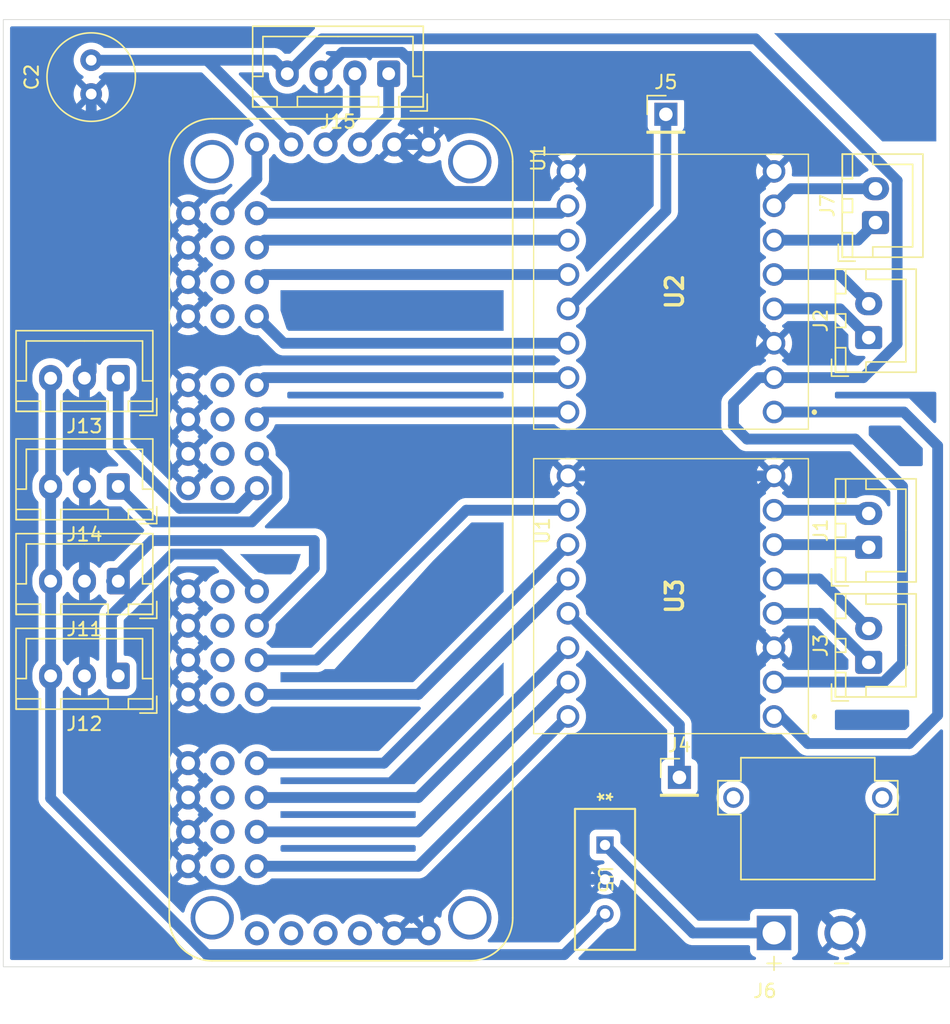
<source format=kicad_pcb>
(kicad_pcb (version 20241229) (generator "pcbnew") (generator_version "9.0")
  (layers (0 "F.Cu" signal) (2 "B.Cu" signal) (13 "F.Paste" user) (15 "B.Paste" user) (5 "F.SilkS" user "F.Silkscreen") (7 "B.SilkS" user "B.Silkscreen") (1 "F.Mask" user) (3 "B.Mask" user) (25 "Edge.Cuts" user))
  (net 0 "")
  (net 1 "GND")
  (net 2 "+3.3V")
  (net 3 "Net-(J2-Pin_1)")
  (net 4 "Net-(J2-Pin_2)")
  (net 5 "Net-(J7-Pin_2)")
  (net 6 "Net-(J7-Pin_1)")
  (net 7 "Net-(J11-Pin_1)")
  (net 8 "Net-(J12-Pin_1)")
  (net 9 "Net-(J13-Pin_1)")
  (net 10 "Net-(J14-Pin_1)")
  (net 11 "Net-(J15-Pin_1)")
  (net 12 "Net-(J15-Pin_2)")
  (net 13 "Net-(U1-PWM_3)")
  (net 14 "+6V")
  (net 15 "Net-(U1-PWM_12)")
  (net 16 "Net-(U1-PWM_11)")
  (net 17 "Net-(U1-PWM_10)")
  (net 18 "Net-(U1-PWM_13)")
  (net 19 "Net-(U1-PWM_5)")
  (net 20 "Net-(U1-PWM_14)")
  (net 21 "Net-(U1-PWM_0)")
  (net 22 "Net-(U1-PWM_15)")
  (net 23 "Net-(U1-PWM_1)")
  (net 24 "Net-(U1-PWM_4)")
  (net 25 "Net-(U1-PWM_2)")
  (net 26 "Net-(J1-Pin_1)")
  (net 27 "Net-(J1-Pin_2)")
  (net 28 "Net-(J3-Pin_2)")
  (net 29 "Net-(J3-Pin_1)")
  (net 30 "Net-(J4-Pin_1)")
  (net 31 "Net-(J5-Pin_1)")
  (net 32 "Net-(J6-POS)")
  (net 33 "Net-(J11-Pin_3)")
  (footprint "Connector_JST:JST_XH_B2B-XH-A_1x02_P2.50mm_Vertical" (layer "F.Cu") (at 164 60 90)
    (property "Reference" "J7" (at 1.25 -3.55 90) (layer "F.SilkS"))
    (property "Value" "Conn_01x02_Pin")
    (pad "1" thru_hole roundrect (at 0 0 90) (size 1.7 2) (drill 1) (layers "*.Cu" "*.Mask") (roundrect_rratio 0.147059) (net 6 "Net-(J7-Pin_1)"))
    (pad "2" thru_hole oval (at 2.5 0 90) (size 1.7 2) (drill 1) (layers "*.Cu" "*.Mask") (net 5 "Net-(J7-Pin_2)"))
  )
  (footprint "MC78M06:TO220-3_ONS" (layer "F.Cu") (at 144 106 -90)
    (property "Reference" "U5" (at 2.54 0 270) (layer "F.SilkS"))
    (property "Value" "MC78M06BTG")
    (fp_text user "*" (at -3.556 0 270) (layer "F.SilkS"))
    (fp_text user "*" (at -3.556 0 90) (layer "F.SilkS"))
    (pad "1" thru_hole rect (at 0 0 270) (size 1.27 1.27) (drill 0.762) (layers "*.Cu" "*.Mask") (net 32 "Net-(J6-POS)"))
    (pad "2" thru_hole circle (at 2.54 0 270) (size 1.27 1.27) (drill 0.762) (layers "*.Cu" "*.Mask") (net 1 "GND"))
    (pad "3" thru_hole circle (at 5.08 0 270) (size 1.27 1.27) (drill 0.762) (layers "*.Cu" "*.Mask") (net 33 "Net-(J11-Pin_3)"))
  )
  (footprint "XT30:AMASS_XT30PW-M" (layer "F.Cu") (at 159 102.5)
    (property "Reference" "J6" (at -3.175 14.2875 0) (layer "F.SilkS"))
    (property "Value" "XT30-M")
    (pad "N" thru_hole circle (at 2.5 10) (size 2.55 2.55) (drill 1.7) (layers "*.Cu" "*.Mask") (net 1 "GND"))
    (pad "P" thru_hole rect (at -2.5 10) (size 2.55 2.55) (drill 1.7) (layers "*.Cu" "*.Mask") (net 32 "Net-(J6-POS)"))
    (pad "S1" thru_hole circle (at 5.5 0) (size 1.508 1.508) (drill 1) (layers "*.Cu" "*.Mask"))
    (pad "S2" thru_hole circle (at -5.5 0) (size 1.508 1.508) (drill 1) (layers "*.Cu" "*.Mask"))
  )
  (footprint "Connector_JST:JST_XH_B4B-XH-A_1x04_P2.50mm_Vertical" (layer "F.Cu") (at 128 49 180)
    (property "Reference" "J15" (at 3.75 -3.55 0) (layer "F.SilkS"))
    (property "Value" "Conn_01x04_Pin")
    (pad "1" thru_hole roundrect (at 0 0 180) (size 1.7 1.95) (drill 0.95) (layers "*.Cu" "*.Mask") (roundrect_rratio 0.147059) (net 11 "Net-(J15-Pin_1)"))
    (pad "2" thru_hole oval (at 2.5 0 180) (size 1.7 1.95) (drill 0.95) (layers "*.Cu" "*.Mask") (net 12 "Net-(J15-Pin_2)"))
    (pad "3" thru_hole oval (at 5 0 180) (size 1.7 1.95) (drill 0.95) (layers "*.Cu" "*.Mask") (net 1 "GND"))
    (pad "4" thru_hole oval (at 7.5 0 180) (size 1.7 1.95) (drill 0.95) (layers "*.Cu" "*.Mask") (net 2 "+3.3V"))
  )
  (footprint "PCA_modulo:MODULE_815" (layer "F.Cu") (at 124.475 83.44 -90)
    (property "Reference" "U1" (at -28.19 -14.585 90) (layer "F.SilkS"))
    (property "Value" "815" (hide yes))
    (pad "0" thru_hole circle (at -24.13 6.223 270) (size 1.778 1.778) (drill 1) (layers "*.Cu" "*.Mask") (net 21 "Net-(U1-PWM_0)"))
    (pad "1" thru_hole circle (at -21.59 6.223 270) (size 1.778 1.778) (drill 1) (layers "*.Cu" "*.Mask") (net 23 "Net-(U1-PWM_1)"))
    (pad "2" thru_hole circle (at -19.05 6.223 270) (size 1.778 1.778) (drill 1) (layers "*.Cu" "*.Mask") (net 25 "Net-(U1-PWM_2)"))
    (pad "3" thru_hole circle (at -16.51 6.223 270) (size 1.778 1.778) (drill 1) (layers "*.Cu" "*.Mask") (net 13 "Net-(U1-PWM_3)"))
    (pad "4" thru_hole circle (at -11.43 6.223 270) (size 1.778 1.778) (drill 1) (layers "*.Cu" "*.Mask") (net 24 "Net-(U1-PWM_4)"))
    (pad "5" thru_hole circle (at -8.89 6.223 270) (size 1.778 1.778) (drill 1) (layers "*.Cu" "*.Mask") (net 19 "Net-(U1-PWM_5)"))
    (pad "6" thru_hole circle (at -6.35 6.223 270) (size 1.778 1.778) (drill 1) (layers "*.Cu" "*.Mask") (net 10 "Net-(J14-Pin_1)"))
    (pad "7" thru_hole circle (at -3.81 6.223 270) (size 1.778 1.778) (drill 1) (layers "*.Cu" "*.Mask") (net 9 "Net-(J13-Pin_1)"))
    (pad "8" thru_hole circle (at 3.81 6.223 270) (size 1.778 1.778) (drill 1) (layers "*.Cu" "*.Mask") (net 8 "Net-(J12-Pin_1)"))
    (pad "9" thru_hole circle (at 6.35 6.223 270) (size 1.778 1.778) (drill 1) (layers "*.Cu" "*.Mask") (net 7 "Net-(J11-Pin_1)"))
    (pad "10" thru_hole circle (at 8.89 6.223 270) (size 1.778 1.778) (drill 1) (layers "*.Cu" "*.Mask") (net 17 "Net-(U1-PWM_10)"))
    (pad "11" thru_hole circle (at 11.43 6.223 270) (size 1.778 1.778) (drill 1) (layers "*.Cu" "*.Mask") (net 16 "Net-(U1-PWM_11)"))
    (pad "12" thru_hole circle (at 16.51 6.223 270) (size 1.778 1.778) (drill 1) (layers "*.Cu" "*.Mask") (net 15 "Net-(U1-PWM_12)"))
    (pad "13" thru_hole circle (at 19.05 6.223 270) (size 1.778 1.778) (drill 1) (layers "*.Cu" "*.Mask") (net 18 "Net-(U1-PWM_13)"))
    (pad "14" thru_hole circle (at 21.59 6.223 270) (size 1.778 1.778) (drill 1) (layers "*.Cu" "*.Mask") (net 20 "Net-(U1-PWM_14)"))
    (pad "15" thru_hole circle (at 24.13 6.223 270) (size 1.778 1.778) (drill 1) (layers "*.Cu" "*.Mask") (net 22 "Net-(U1-PWM_15)"))
    (pad "GND_1" thru_hole circle (at -29.21 -6.477 270) (size 1.778 1.778) (drill 1.016) (layers "*.Cu" "*.Mask") (net 1 "GND"))
    (pad "GND_2" thru_hole circle (at 29.083 -6.477 270) (size 1.778 1.778) (drill 1.016) (layers "*.Cu" "*.Mask") (net 1 "GND"))
    (pad "GND_3" thru_hole circle (at -24.13 11.303 270) (size 1.778 1.778) (drill 1) (layers "*.Cu" "*.Mask") (net 1 "GND"))
    (pad "GND_4" thru_hole circle (at -21.59 11.303 270) (size 1.778 1.778) (drill 1) (layers "*.Cu" "*.Mask") (net 1 "GND"))
    (pad "GND_5" thru_hole circle (at -19.05 11.303 270) (size 1.778 1.778) (drill 1) (layers "*.Cu" "*.Mask") (net 1 "GND"))
    (pad "GND_6" thru_hole circle (at -16.51 11.303 270) (size 1.778 1.778) (drill 1) (layers "*.Cu" "*.Mask") (net 1 "GND"))
    (pad "GND_7" thru_hole circle (at -11.43 11.303 270) (size 1.778 1.778) (drill 1) (layers "*.Cu" "*.Mask") (net 1 "GND"))
    (pad "GND_8" thru_hole circle (at -8.89 11.303 270) (size 1.778 1.778) (drill 1) (layers "*.Cu" "*.Mask") (net 1 "GND"))
    (pad "GND_9" thru_hole circle (at -6.35 11.303 270) (size 1.778 1.778) (drill 1) (layers "*.Cu" "*.Mask") (net 1 "GND"))
    (pad "GND_10" thru_hole circle (at -3.81 11.303 270) (size 1.778 1.778) (drill 1) (layers "*.Cu" "*.Mask") (net 1 "GND"))
    (pad "GND_11" thru_hole circle (at 3.81 11.303 270) (size 1.778 1.778) (drill 1) (layers "*.Cu" "*.Mask") (net 1 "GND"))
    (pad "GND_12" thru_hole circle (at 6.35 11.303 270) (size 1.778 1.778) (drill 1) (layers "*.Cu" "*.Mask") (net 1 "GND"))
    (pad "GND_13" thru_hole circle (at 8.89 11.303 270) (size 1.778 1.778) (drill 1) (layers "*.Cu" "*.Mask") (net 1 "GND"))
    (pad "GND_14" thru_hole circle (at 11.43 11.303 270) (size 1.778 1.778) (drill 1) (layers "*.Cu" "*.Mask") (net 1 "GND"))
    (pad "GND_15" thru_hole circle (at 16.51 11.303 270) (size 1.778 1.778) (drill 1) (layers "*.Cu" "*.Mask") (net 1 "GND"))
    (pad "GND_16" thru_hole circle (at 19.05 11.303 270) (size 1.778 1.778) (drill 1) (layers "*.Cu" "*.Mask") (net 1 "GND"))
    (pad "GND_17" thru_hole circle (at 21.59 11.303 270) (size 1.778 1.778) (drill 1) (layers "*.Cu" "*.Mask") (net 1 "GND"))
    (pad "GND_18" thru_hole circle (at 24.13 11.303 270) (size 1.778 1.778) (drill 1) (layers "*.Cu" "*.Mask") (net 1 "GND"))
    (pad "OE_1" thru_hole circle (at -29.21 -3.937 270) (size 1.778 1.778) (drill 1.016) (layers "*.Cu" "*.Mask") (net 1 "GND"))
    (pad "OE_2" thru_hole circle (at 29.083 -3.937 270) (size 1.778 1.778) (drill 1.016) (layers "*.Cu" "*.Mask") (net 1 "GND"))
    (pad "S1" thru_hole circle (at -27.94 -9.525 270) (size 3.2 3.2) (drill 2.5) (layers "*.Cu" "*.Mask"))
    (pad "S2" thru_hole circle (at 27.94 -9.525 270) (size 3.2 3.2) (drill 2.5) (layers "*.Cu" "*.Mask"))
    (pad "S3" thru_hole circle (at -27.94 9.525 270) (size 3.2 3.2) (drill 2.5) (layers "*.Cu" "*.Mask"))
    (pad "S4" thru_hole circle (at 27.94 9.525 270) (size 3.2 3.2) (drill 2.5) (layers "*.Cu" "*.Mask"))
    (pad "SCL_1" thru_hole circle (at -29.21 -1.397 270) (size 1.778 1.778) (drill 1.016) (layers "*.Cu" "*.Mask") (net 11 "Net-(J15-Pin_1)"))
    (pad "SCL_2" thru_hole circle (at 29.083 -1.397 270) (size 1.778 1.778) (drill 1.016) (layers "*.Cu" "*.Mask") (net 11 "Net-(J15-Pin_1)"))
    (pad "SDA_1" thru_hole circle (at -29.21 1.143 270) (size 1.778 1.778) (drill 1.016) (layers "*.Cu" "*.Mask") (net 12 "Net-(J15-Pin_2)"))
    (pad "SDA_2" thru_hole circle (at 29.083 1.143 270) (size 1.778 1.778) (drill 1.016) (layers "*.Cu" "*.Mask") (net 12 "Net-(J15-Pin_2)"))
    (pad "V+_1" thru_hole circle (at -29.21 6.223 270) (size 1.778 1.778) (drill 1.016) (layers "*.Cu" "*.Mask") (net 14 "+6V"))
    (pad "V+_2" thru_hole circle (at 29.083 6.223 270) (size 1.778 1.778) (drill 1.016) (layers "*.Cu" "*.Mask") (net 14 "+6V"))
    (pad "V+_3" thru_hole circle (at -24.13 8.763 270) (size 1.778 1.778) (drill 1) (layers "*.Cu" "*.Mask") (net 14 "+6V"))
    (pad "V+_4" thru_hole circle (at -21.59 8.763 270) (size 1.778 1.778) (drill 1) (layers "*.Cu" "*.Mask") (net 14 "+6V"))
    (pad "V+_5" thru_hole circle (at -19.05 8.763 270) (size 1.778 1.778) (drill 1) (layers "*.Cu" "*.Mask") (net 14 "+6V"))
    (pad "V+_6" thru_hole circle (at -16.51 8.763 270) (size 1.778 1.778) (drill 1) (layers "*.Cu" "*.Mask") (net 14 "+6V"))
    (pad "V+_7" thru_hole circle (at -11.43 8.763 270) (size 1.778 1.778) (drill 1) (layers "*.Cu" "*.Mask") (net 14 "+6V"))
    (pad "V+_8" thru_hole circle (at -8.89 8.763 270) (size 1.778 1.778) (drill 1) (layers "*.Cu" "*.Mask") (net 14 "+6V"))
    (pad "V+_9" thru_hole circle (at -6.35 8.763 270) (size 1.778 1.778) (drill 1) (layers "*.Cu" "*.Mask") (net 14 "+6V"))
    (pad "V+_10" thru_hole circle (at -3.81 8.763 270) (size 1.778 1.778) (drill 1) (layers "*.Cu" "*.Mask") (net 14 "+6V"))
    (pad "V+_11" thru_hole circle (at 3.81 8.763 270) (size 1.778 1.778) (drill 1) (layers "*.Cu" "*.Mask") (net 14 "+6V"))
    (pad "V+_12" thru_hole circle (at 6.35 8.763 270) (size 1.778 1.778) (drill 1) (layers "*.Cu" "*.Mask") (net 14 "+6V"))
    (pad "V+_13" thru_hole circle (at 8.89 8.763 270) (size 1.778 1.778) (drill 1) (layers "*.Cu" "*.Mask") (net 14 "+6V"))
    (pad "V+_14" thru_hole circle (at 11.43 8.763 270) (size 1.778 1.778) (drill 1) (layers "*.Cu" "*.Mask") (net 14 "+6V"))
    (pad "V+_15" thru_hole circle (at 16.51 8.763 270) (size 1.778 1.778) (drill 1) (layers "*.Cu" "*.Mask") (net 14 "+6V"))
    (pad "V+_16" thru_hole circle (at 19.05 8.763 270) (size 1.778 1.778) (drill 1) (layers "*.Cu" "*.Mask") (net 14 "+6V"))
    (pad "V+_17" thru_hole circle (at 21.59 8.763 270) (size 1.778 1.778) (drill 1) (layers "*.Cu" "*.Mask") (net 14 "+6V"))
    (pad "V+_18" thru_hole circle (at 24.13 8.763 270) (size 1.778 1.778) (drill 1) (layers "*.Cu" "*.Mask") (net 14 "+6V"))
    (pad "VCC_1" thru_hole circle (at -29.21 3.683 270) (size 1.778 1.778) (drill 1.016) (layers "*.Cu" "*.Mask") (net 2 "+3.3V"))
    (pad "VCC_2" thru_hole circle (at 29.083 3.683 270) (size 1.778 1.778) (drill 1.016) (layers "*.Cu" "*.Mask") (net 2 "+3.3V"))
  )
  (footprint "ROB-14450:ROB14450" (layer "F.Cu") (at 148.88 65.11 90)
    (property "Reference" "U2" (at 0 0.27 90) (layer "F.SilkS") (effects (font (size 1.27 1.27) (thickness 0.254))))
    (property "Value" "ROB-14450" (hide yes))
    (pad "1" thru_hole circle (at -8.89 7.62 90) (size 1.665 1.665) (drill 1.11) (layers "*.Cu" "*.Mask") (net 32 "Net-(J6-POS)"))
    (pad "2" thru_hole circle (at -6.35 7.62 90) (size 1.665 1.665) (drill 1.11) (layers "*.Cu" "*.Mask") (net 2 "+3.3V"))
    (pad "3" thru_hole circle (at -3.81 7.62 90) (size 1.665 1.665) (drill 1.11) (layers "*.Cu" "*.Mask") (net 1 "GND"))
    (pad "4" thru_hole circle (at -1.27 7.62 90) (size 1.665 1.665) (drill 1.11) (layers "*.Cu" "*.Mask") (net 3 "Net-(J2-Pin_1)"))
    (pad "5" thru_hole circle (at 1.27 7.62 90) (size 1.665 1.665) (drill 1.11) (layers "*.Cu" "*.Mask") (net 4 "Net-(J2-Pin_2)"))
    (pad "6" thru_hole circle (at 3.81 7.62 90) (size 1.665 1.665) (drill 1.11) (layers "*.Cu" "*.Mask") (net 6 "Net-(J7-Pin_1)"))
    (pad "7" thru_hole circle (at 6.35 7.62 90) (size 1.665 1.665) (drill 1.11) (layers "*.Cu" "*.Mask") (net 5 "Net-(J7-Pin_2)"))
    (pad "8" thru_hole circle (at 8.89 7.62 90) (size 1.665 1.665) (drill 1.11) (layers "*.Cu" "*.Mask") (net 1 "GND"))
    (pad "9" thru_hole circle (at -8.89 -7.62 90) (size 1.665 1.665) (drill 1.11) (layers "*.Cu" "*.Mask") (net 19 "Net-(U1-PWM_5)"))
    (pad "10" thru_hole circle (at -6.35 -7.62 90) (size 1.665 1.665) (drill 1.11) (layers "*.Cu" "*.Mask") (net 24 "Net-(U1-PWM_4)"))
    (pad "11" thru_hole circle (at -3.81 -7.62 90) (size 1.665 1.665) (drill 1.11) (layers "*.Cu" "*.Mask") (net 13 "Net-(U1-PWM_3)"))
    (pad "12" thru_hole circle (at -1.27 -7.62 90) (size 1.665 1.665) (drill 1.11) (layers "*.Cu" "*.Mask") (net 31 "Net-(J5-Pin_1)"))
    (pad "13" thru_hole circle (at 1.27 -7.62 90) (size 1.665 1.665) (drill 1.11) (layers "*.Cu" "*.Mask") (net 25 "Net-(U1-PWM_2)"))
    (pad "14" thru_hole circle (at 3.81 -7.62 90) (size 1.665 1.665) (drill 1.11) (layers "*.Cu" "*.Mask") (net 23 "Net-(U1-PWM_1)"))
    (pad "15" thru_hole circle (at 6.35 -7.62 90) (size 1.665 1.665) (drill 1.11) (layers "*.Cu" "*.Mask") (net 21 "Net-(U1-PWM_0)"))
    (pad "16" thru_hole circle (at 8.89 -7.62 90) (size 1.665 1.665) (drill 1.11) (layers "*.Cu" "*.Mask") (net 1 "GND"))
  )
  (footprint "Connector_JST:JST_XH_B3B-XH-A_1x03_P2.50mm_Vertical" (layer "F.Cu") (at 108 93.5 180)
    (property "Reference" "J12" (at 2.5 -3.55 0) (layer "F.SilkS"))
    (property "Value" "Conn_01x03_Pin")
    (pad "1" thru_hole roundrect (at 0 0 180) (size 1.7 1.95) (drill 0.95) (layers "*.Cu" "*.Mask") (roundrect_rratio 0.147059) (net 8 "Net-(J12-Pin_1)"))
    (pad "2" thru_hole oval (at 2.5 0 180) (size 1.7 1.95) (drill 0.95) (layers "*.Cu" "*.Mask") (net 1 "GND"))
    (pad "3" thru_hole oval (at 5 0 180) (size 1.7 1.95) (drill 0.95) (layers "*.Cu" "*.Mask") (net 33 "Net-(J11-Pin_3)"))
  )
  (footprint "Connector_JST:JST_XH_B2B-XH-A_1x02_P2.50mm_Vertical" (layer "F.Cu") (at 163.5 84 90)
    (property "Reference" "J1" (at 1.25 -3.55 90) (layer "F.SilkS"))
    (property "Value" "Conn_01x02_Pin")
    (pad "1" thru_hole roundrect (at 0 0 90) (size 1.7 2) (drill 1) (layers "*.Cu" "*.Mask") (roundrect_rratio 0.147059) (net 26 "Net-(J1-Pin_1)"))
    (pad "2" thru_hole oval (at 2.5 0 90) (size 1.7 2) (drill 1) (layers "*.Cu" "*.Mask") (net 27 "Net-(J1-Pin_2)"))
  )
  (footprint "Connector_PinHeader_2.54mm:PinHeader_1x01_P2.54mm_Vertical" (layer "F.Cu") (at 148.5 52)
    (property "Reference" "J5" (at 0 -2.38 0) (layer "F.SilkS"))
    (property "Value" "Conn_01x01_Pin")
    (pad "1" thru_hole rect (at 0 0) (size 1.7 1.7) (drill 1) (layers "*.Cu" "*.Mask") (net 31 "Net-(J5-Pin_1)"))
  )
  (footprint "Connector_JST:JST_XH_B2B-XH-A_1x02_P2.50mm_Vertical" (layer "F.Cu") (at 163.5 68.5 90)
    (property "Reference" "J2" (at 1.25 -3.55 90) (layer "F.SilkS"))
    (property "Value" "Conn_01x02_Pin")
    (pad "1" thru_hole roundrect (at 0 0 90) (size 1.7 2) (drill 1) (layers "*.Cu" "*.Mask") (roundrect_rratio 0.147059) (net 3 "Net-(J2-Pin_1)"))
    (pad "2" thru_hole oval (at 2.5 0 90) (size 1.7 2) (drill 1) (layers "*.Cu" "*.Mask") (net 4 "Net-(J2-Pin_2)"))
  )
  (footprint "Connector_JST:JST_XH_B2B-XH-A_1x02_P2.50mm_Vertical" (layer "F.Cu") (at 163.5 92.5 90)
    (property "Reference" "J3" (at 1.25 -3.55 90) (layer "F.SilkS"))
    (property "Value" "Conn_01x02_Pin")
    (pad "1" thru_hole roundrect (at 0 0 90) (size 1.7 2) (drill 1) (layers "*.Cu" "*.Mask") (roundrect_rratio 0.147059) (net 29 "Net-(J3-Pin_1)"))
    (pad "2" thru_hole oval (at 2.5 0 90) (size 1.7 2) (drill 1) (layers "*.Cu" "*.Mask") (net 28 "Net-(J3-Pin_2)"))
  )
  (footprint "Connector_JST:JST_XH_B3B-XH-A_1x03_P2.50mm_Vertical" (layer "F.Cu") (at 108 79.5 180)
    (property "Reference" "J14" (at 2.5 -3.55 0) (layer "F.SilkS"))
    (property "Value" "Conn_01x03_Pin")
    (pad "1" thru_hole roundrect (at 0 0 180) (size 1.7 1.95) (drill 0.95) (layers "*.Cu" "*.Mask") (roundrect_rratio 0.147059) (net 10 "Net-(J14-Pin_1)"))
    (pad "2" thru_hole oval (at 2.5 0 180) (size 1.7 1.95) (drill 0.95) (layers "*.Cu" "*.Mask") (net 1 "GND"))
    (pad "3" thru_hole oval (at 5 0 180) (size 1.7 1.95) (drill 0.95) (layers "*.Cu" "*.Mask") (net 33 "Net-(J11-Pin_3)"))
  )
  (footprint "Connector_PinHeader_2.54mm:PinHeader_1x01_P2.54mm_Vertical" (layer "F.Cu") (at 149.5 101)
    (property "Reference" "J4" (at 0 -2.38 0) (layer "F.SilkS"))
    (property "Value" "Conn_01x01_Pin")
    (pad "1" thru_hole rect (at 0 0) (size 1.7 1.7) (drill 1) (layers "*.Cu" "*.Mask") (net 30 "Net-(J4-Pin_1)"))
  )
  (footprint "Capacitor_THT:C_Radial_D6.3mm_H11.0mm_P2.50mm" (layer "F.Cu") (at 106 50.5 90)
    (property "Reference" "C2" (at 1.25 -4.4 90) (layer "F.SilkS"))
    (property "Value" "C")
    (pad "1" thru_hole circle (at 0 0 90) (size 1.6 1.6) (drill 0.8) (layers "*.Cu" "*.Mask") (net 1 "GND"))
    (pad "2" thru_hole circle (at 2.5 0 90) (size 1.6 1.6) (drill 0.8) (layers "*.Cu" "*.Mask") (net 2 "+3.3V"))
  )
  (footprint "ROB-14450:ROB14450" (layer "F.Cu") (at 148.88 87.61 90)
    (property "Reference" "U3" (at 0 0.27 90) (layer "F.SilkS") (effects (font (size 1.27 1.27) (thickness 0.254))))
    (property "Value" "ROB-14450" (hide yes))
    (pad "1" thru_hole circle (at -8.89 7.62 90) (size 1.665 1.665) (drill 1.11) (layers "*.Cu" "*.Mask") (net 32 "Net-(J6-POS)"))
    (pad "2" thru_hole circle (at -6.35 7.62 90) (size 1.665 1.665) (drill 1.11) (layers "*.Cu" "*.Mask") (net 2 "+3.3V"))
    (pad "3" thru_hole circle (at -3.81 7.62 90) (size 1.665 1.665) (drill 1.11) (layers "*.Cu" "*.Mask") (net 1 "GND"))
    (pad "4" thru_hole circle (at -1.27 7.62 90) (size 1.665 1.665) (drill 1.11) (layers "*.Cu" "*.Mask") (net 29 "Net-(J3-Pin_1)"))
    (pad "5" thru_hole circle (at 1.27 7.62 90) (size 1.665 1.665) (drill 1.11) (layers "*.Cu" "*.Mask") (net 28 "Net-(J3-Pin_2)"))
    (pad "6" thru_hole circle (at 3.81 7.62 90) (size 1.665 1.665) (drill 1.11) (layers "*.Cu" "*.Mask") (net 26 "Net-(J1-Pin_1)"))
    (pad "7" thru_hole circle (at 6.35 7.62 90) (size 1.665 1.665) (drill 1.11) (layers "*.Cu" "*.Mask") (net 27 "Net-(J1-Pin_2)"))
    (pad "8" thru_hole circle (at 8.89 7.62 90) (size 1.665 1.665) (drill 1.11) (layers "*.Cu" "*.Mask") (net 1 "GND"))
    (pad "9" thru_hole circle (at -8.89 -7.62 90) (size 1.665 1.665) (drill 1.11) (layers "*.Cu" "*.Mask") (net 22 "Net-(U1-PWM_15)"))
    (pad "10" thru_hole circle (at -6.35 -7.62 90) (size 1.665 1.665) (drill 1.11) (layers "*.Cu" "*.Mask") (net 20 "Net-(U1-PWM_14)"))
    (pad "11" thru_hole circle (at -3.81 -7.62 90) (size 1.665 1.665) (drill 1.11) (layers "*.Cu" "*.Mask") (net 18 "Net-(U1-PWM_13)"))
    (pad "12" thru_hole circle (at -1.27 -7.62 90) (size 1.665 1.665) (drill 1.11) (layers "*.Cu" "*.Mask") (net 30 "Net-(J4-Pin_1)"))
    (pad "13" thru_hole circle (at 1.27 -7.62 90) (size 1.665 1.665) (drill 1.11) (layers "*.Cu" "*.Mask") (net 15 "Net-(U1-PWM_12)"))
    (pad "14" thru_hole circle (at 3.81 -7.62 90) (size 1.665 1.665) (drill 1.11) (layers "*.Cu" "*.Mask") (net 16 "Net-(U1-PWM_11)"))
    (pad "15" thru_hole circle (at 6.35 -7.62 90) (size 1.665 1.665) (drill 1.11) (layers "*.Cu" "*.Mask") (net 17 "Net-(U1-PWM_10)"))
    (pad "16" thru_hole circle (at 8.89 -7.62 90) (size 1.665 1.665) (drill 1.11) (layers "*.Cu" "*.Mask") (net 1 "GND"))
  )
  (footprint "Connector_JST:JST_XH_B3B-XH-A_1x03_P2.50mm_Vertical" (layer "F.Cu") (at 108 71.5 180)
    (property "Reference" "J13" (at 2.5 -3.55 0) (layer "F.SilkS"))
    (property "Value" "Conn_01x03_Pin")
    (pad "1" thru_hole roundrect (at 0 0 180) (size 1.7 1.95) (drill 0.95) (layers "*.Cu" "*.Mask") (roundrect_rratio 0.147059) (net 9 "Net-(J13-Pin_1)"))
    (pad "2" thru_hole oval (at 2.5 0 180) (size 1.7 1.95) (drill 0.95) (layers "*.Cu" "*.Mask") (net 1 "GND"))
    (pad "3" thru_hole oval (at 5 0 180) (size 1.7 1.95) (drill 0.95) (layers "*.Cu" "*.Mask") (net 33 "Net-(J11-Pin_3)"))
  )
  (footprint "Connector_JST:JST_XH_B3B-XH-A_1x03_P2.50mm_Vertical" (layer "F.Cu") (at 108 86.5 180)
    (property "Reference" "J11" (at 2.5 -3.55 0) (layer "F.SilkS"))
    (property "Value" "Conn_01x03_Pin")
    (pad "1" thru_hole roundrect (at 0 0 180) (size 1.7 1.95) (drill 0.95) (layers "*.Cu" "*.Mask") (roundrect_rratio 0.147059) (net 7 "Net-(J11-Pin_1)"))
    (pad "2" thru_hole oval (at 2.5 0 180) (size 1.7 1.95) (drill 0.95) (layers "*.Cu" "*.Mask") (net 1 "GND"))
    (pad "3" thru_hole oval (at 5 0 180) (size 1.7 1.95) (drill 0.95) (layers "*.Cu" "*.Mask") (net 33 "Net-(J11-Pin_3)"))
  )
  (gr_rect (start 99.5 45) (end 169.5 115) (stroke (width 0.05)) (fill no) (layer "Edge.Cuts"))
  (gr_text "U1" (at 139.4015 82.7865 90) (layer "F.SilkS") (effects (font (size 1 1))))
  (segment (start 144 108.54) (end 133.727315 108.54) (width 0.8) (layer "B.Cu") (net 1))
  (segment (start 106 50.5) (end 106 71) (width 0.8) (layer "B.Cu") (net 1))
  (segment (start 139.779 57.701) (end 131.883 57.701) (width 0.8) (layer "B.Cu") (net 1))
  (segment (start 155.0665 89.9865) (end 155.0665 80.1535) (width 0.8) (layer "B.Cu") (net 1))
  (segment (start 133.727315 108.54) (end 130.952 111.315315) (width 0.8) (layer "B.Cu") (net 1))
  (segment (start 156.5 68.92) (end 155.0665 67.4865) (width 0.8) (layer "B.Cu") (net 1))
  (segment (start 124.576 47.424) (end 128.959424 47.424) (width 0.8) (layer "B.Cu") (net 1))
  (segment (start 161.5 112.5) (end 155.0665 106.0665) (width 0.8) (layer "B.Cu") (net 1))
  (segment (start 155.0665 57.6535) (end 156.5 56.22) (width 0.8) (layer "B.Cu") (net 1))
  (segment (start 156.5 91.42) (end 155.0665 89.9865) (width 0.8) (layer "B.Cu") (net 1))
  (segment (start 156.5 68.92) (end 156.08 68.92) (width 0.8) (layer "B.Cu") (net 1))
  (segment (start 105.5 86.5) (end 105.5 79.5) (width 0.8) (layer "B.Cu") (net 1))
  (segment (start 156.08 68.92) (end 146.28 78.72) (width 0.8) (layer "B.Cu") (net 1))
  (segment (start 155.0665 92.8535) (end 156.5 91.42) (width 0.8) (layer "B.Cu") (net 1))
  (segment (start 155.0665 80.1535) (end 156.5 78.72) (width 0.8) (layer "B.Cu") (net 1))
  (segment (start 156.5 78.72) (end 146 78.72) (width 0.8) (layer "B.Cu") (net 1))
  (segment (start 128.959424 47.424) (end 130.952 49.416576) (width 0.8) (layer "B.Cu") (net 1))
  (segment (start 141.26 56.22) (end 139.779 57.701) (width 0.8) (layer "B.Cu") (net 1))
  (segment (start 155.0665 67.4865) (end 155.0665 57.6535) (width 0.8) (layer "B.Cu") (net 1))
  (segment (start 131.883 57.701) (end 128.412 54.23) (width 0.8) (layer "B.Cu") (net 1))
  (segment (start 146.931 50.549) (end 141.26 56.22) (width 0.8) (layer "B.Cu") (net 1))
  (segment (start 128.412 54.23) (end 130.952 54.23) (width 0.8) (layer "B.Cu") (net 1))
  (segment (start 150.829 50.549) (end 146.931 50.549) (width 0.8) (layer "B.Cu") (net 1))
  (segment (start 141.26 78.72) (end 146 78.72) (width 0.8) (layer "B.Cu") (net 1))
  (segment (start 155.0665 106.0665) (end 155.0665 92.8535) (width 0.8) (layer "B.Cu") (net 1))
  (segment (start 105.5 71.5) (end 105.5 79.5) (width 0.8) (layer "B.Cu") (net 1))
  (segment (start 130.952 112.523) (end 128.412 112.523) (width 0.8) (layer "B.Cu") (net 1))
  (segment (start 105.5 93.5) (end 105.5 86.5) (width 0.8) (layer "B.Cu") (net 1))
  (segment (start 106 71) (end 105.5 71.5) (width 0.8) (layer "B.Cu") (net 1))
  (segment (start 123 49) (end 124.576 47.424) (width 0.8) (layer "B.Cu") (net 1))
  (segment (start 130.952 111.315315) (end 130.952 112.523) (width 0.8) (layer "B.Cu") (net 1))
  (segment (start 130.952 49.416576) (end 130.952 54.23) (width 0.8) (layer "B.Cu") (net 1))
  (segment (start 146.28 78.72) (end 141.26 78.72) (width 0.8) (layer "B.Cu") (net 1))
  (segment (start 156.5 56.22) (end 150.829 50.549) (width 0.8) (layer "B.Cu") (net 1))
  (segment (start 153.5 75) (end 153.5 73.335628) (width 0.8) (layer "B.Cu") (net 2))
  (segment (start 165.601 56.898976) (end 155.125024 46.423) (width 0.8) (layer "B.Cu") (net 2))
  (segment (start 155.375628 71.46) (end 156.5 71.46) (width 0.8) (layer "B.Cu") (net 2))
  (segment (start 156.5 93.96) (end 164.600424 93.96) (width 0.8) (layer "B.Cu") (net 2))
  (segment (start 156.5 71.46) (end 163.100424 71.46) (width 0.8) (layer "B.Cu") (net 2))
  (segment (start 154.5 76) (end 153.5 75) (width 0.8) (layer "B.Cu") (net 2))
  (segment (start 123.077 46.423) (end 120.5 49) (width 0.8) (layer "B.Cu") (net 2))
  (segment (start 163.100424 71.46) (end 165.601 68.959424) (width 0.8) (layer "B.Cu") (net 2))
  (segment (start 153.5 73.335628) (end 155.375628 71.46) (width 0.8) (layer "B.Cu") (net 2))
  (segment (start 119.5 48) (end 106 48) (width 0.8) (layer "B.Cu") (net 2))
  (segment (start 164.600424 93.96) (end 166 92.560424) (width 0.8) (layer "B.Cu") (net 2))
  (segment (start 156.5 71.46) (end 156.04 71.46) (width 0.8) (layer "B.Cu") (net 2))
  (segment (start 155.125024 46.423) (end 123.077 46.423) (width 0.8) (layer "B.Cu") (net 2))
  (segment (start 114.562 48) (end 120.792 54.23) (width 0.8) (layer "B.Cu") (net 2))
  (segment (start 166 79.5) (end 162.5 76) (width 0.8) (layer "B.Cu") (net 2))
  (segment (start 120.5 49) (end 119.5 48) (width 0.8) (layer "B.Cu") (net 2))
  (segment (start 165.601 68.959424) (end 165.601 56.898976) (width 0.8) (layer "B.Cu") (net 2))
  (segment (start 106 48) (end 114.562 48) (width 0.8) (layer "B.Cu") (net 2))
  (segment (start 162.5 76) (end 154.5 76) (width 0.8) (layer "B.Cu") (net 2))
  (segment (start 166 92.560424) (end 166 79.5) (width 0.8) (layer "B.Cu") (net 2))
  (segment (start 161.38 66.38) (end 163.5 68.5) (width 0.8) (layer "B.Cu") (net 3))
  (segment (start 156.5 66.38) (end 161.38 66.38) (width 0.8) (layer "B.Cu") (net 3))
  (segment (start 156.5 63.84) (end 161.34 63.84) (width 0.8) (layer "B.Cu") (net 4))
  (segment (start 161.34 63.84) (end 163.5 66) (width 0.8) (layer "B.Cu") (net 4))
  (segment (start 156.5 58.76) (end 157.76 57.5) (width 0.8) (layer "B.Cu") (net 5))
  (segment (start 157.76 57.5) (end 164 57.5) (width 0.8) (layer "B.Cu") (net 5))
  (segment (start 156.5 61.3) (end 162.7 61.3) (width 0.8) (layer "B.Cu") (net 6))
  (segment (start 162.7 61.3) (end 164 60) (width 0.8) (layer "B.Cu") (net 6))
  (segment (start 107.5 86.5) (end 110.5 83.5) (width 0.8) (layer "B.Cu") (net 7))
  (segment (start 110.5 83.5) (end 122.5 83.5) (width 0.8) (layer "B.Cu") (net 7))
  (segment (start 122.5 85.542) (end 118.252 89.79) (width 0.8) (layer "B.Cu") (net 7))
  (segment (start 122.5 83.5) (end 122.5 85.542) (width 0.8) (layer "B.Cu") (net 7))
  (segment (start 108.951 87.584424) (end 108.951 87.549) (width 0.8) (layer "B.Cu") (net 8))
  (segment (start 107.5 89) (end 108.424 88.076) (width 0.8) (layer "B.Cu") (net 8))
  (segment (start 108.951 87.549) (end 111.999 84.501) (width 0.8) (layer "B.Cu") (net 8))
  (segment (start 111.999 84.501) (end 115.503 84.501) (width 0.8) (layer "B.Cu") (net 8))
  (segment (start 108.459424 88.076) (end 108.951 87.584424) (width 0.8) (layer "B.Cu") (net 8))
  (segment (start 107.5 93.5) (end 107.5 89) (width 0.8) (layer "B.Cu") (net 8))
  (segment (start 108.424 88.076) (end 108.459424 88.076) (width 0.8) (layer "B.Cu") (net 8))
  (segment (start 115.503 84.501) (end 118.252 87.25) (width 0.8) (layer "B.Cu") (net 8))
  (segment (start 116.762 81.12) (end 118.252 79.63) (width 0.8) (layer "B.Cu") (net 9))
  (segment (start 108 71.5) (end 108 76.565179) (width 0.8) (layer "B.Cu") (net 9))
  (segment (start 112.554821 81.12) (end 116.762 81.12) (width 0.8) (layer "B.Cu") (net 9))
  (segment (start 108 76.565179) (end 112.554821 81.12) (width 0.8) (layer "B.Cu") (net 9))
  (segment (start 108 79.5) (end 110.621 82.121) (width 0.8) (layer "B.Cu") (net 10))
  (segment (start 119.742 78.58) (end 118.252 77.09) (width 0.8) (layer "B.Cu") (net 10))
  (segment (start 110.621 82.121) (end 117.868179 82.121) (width 0.8) (layer "B.Cu") (net 10))
  (segment (start 117.868179 82.121) (end 119.742 80.247179) (width 0.8) (layer "B.Cu") (net 10))
  (segment (start 119.742 80.247179) (end 119.742 78.58) (width 0.8) (layer "B.Cu") (net 10))
  (segment (start 128 52.102) (end 125.872 54.23) (width 0.8) (layer "B.Cu") (net 11))
  (segment (start 128 49) (end 128 52.102) (width 0.8) (layer "B.Cu") (net 11))
  (segment (start 125.5 52.062) (end 123.332 54.23) (width 0.8) (layer "B.Cu") (net 12))
  (segment (start 125.5 49) (end 125.5 52.062) (width 0.8) (layer "B.Cu") (net 12))
  (segment (start 141.26 68.92) (end 120.242 68.92) (width 0.8) (layer "B.Cu") (net 13))
  (segment (start 120.242 68.92) (end 118.252 66.93) (width 0.8) (layer "B.Cu") (net 13))
  (segment (start 118.252 56.77) (end 115.712 59.31) (width 0.8) (layer "B.Cu") (net 14))
  (segment (start 118.252 54.23) (end 118.252 56.77) (width 0.8) (layer "B.Cu") (net 14))
  (segment (start 127.65 99.95) (end 118.252 99.95) (width 0.8) (layer "B.Cu") (net 15))
  (segment (start 141.26 86.34) (end 127.65 99.95) (width 0.8) (layer "B.Cu") (net 15))
  (segment (start 130.19 94.87) (end 118.252 94.87) (width 0.8) (layer "B.Cu") (net 16))
  (segment (start 141.26 83.8) (end 130.19 94.87) (width 0.8) (layer "B.Cu") (net 16))
  (segment (start 141.26 81.26) (end 133.74 81.26) (width 0.8) (layer "B.Cu") (net 17))
  (segment (start 122.67 92.33) (end 118.252 92.33) (width 0.8) (layer "B.Cu") (net 17))
  (segment (start 133.74 81.26) (end 122.67 92.33) (width 0.8) (layer "B.Cu") (net 17))
  (segment (start 141.26 91.42) (end 130.19 102.49) (width 0.8) (layer "B.Cu") (net 18))
  (segment (start 130.19 102.49) (end 118.252 102.49) (width 0.8) (layer "B.Cu") (net 18))
  (segment (start 141.26 74) (end 118.802 74) (width 0.8) (layer "B.Cu") (net 19))
  (segment (start 118.802 74) (end 118.252 74.55) (width 0.8) (layer "B.Cu") (net 19))
  (segment (start 141.26 93.96) (end 130.19 105.03) (width 0.8) (layer "B.Cu") (net 20))
  (segment (start 130.19 105.03) (end 118.252 105.03) (width 0.8) (layer "B.Cu") (net 20))
  (segment (start 140.71 59.31) (end 118.252 59.31) (width 0.8) (layer "B.Cu") (net 21))
  (segment (start 141.26 58.76) (end 140.71 59.31) (width 0.8) (layer "B.Cu") (net 21))
  (segment (start 141.26 96.5) (end 130.19 107.57) (width 0.8) (layer "B.Cu") (net 22))
  (segment (start 130.19 107.57) (end 118.252 107.57) (width 0.8) (layer "B.Cu") (net 22))
  (segment (start 141.26 61.3) (end 118.802 61.3) (width 0.8) (layer "B.Cu") (net 23))
  (segment (start 118.802 61.3) (end 118.252 61.85) (width 0.8) (layer "B.Cu") (net 23))
  (segment (start 118.802 71.46) (end 118.252 72.01) (width 0.8) (layer "B.Cu") (net 24))
  (segment (start 141.26 71.46) (end 118.802 71.46) (width 0.8) (layer "B.Cu") (net 24))
  (segment (start 141.26 63.84) (end 118.802 63.84) (width 0.8) (layer "B.Cu") (net 25))
  (segment (start 118.802 63.84) (end 118.252 64.39) (width 0.8) (layer "B.Cu") (net 25))
  (segment (start 156.5 83.8) (end 163.3 83.8) (width 0.8) (layer "B.Cu") (net 26))
  (segment (start 163.3 83.8) (end 163.5 84) (width 0.8) (layer "B.Cu") (net 26))
  (segment (start 156.5 81.26) (end 163.26 81.26) (width 0.8) (layer "B.Cu") (net 27))
  (segment (start 163.26 81.26) (end 163.5 81.5) (width 0.8) (layer "B.Cu") (net 27))
  (segment (start 159.84 86.34) (end 163.5 90) (width 0.8) (layer "B.Cu") (net 28))
  (segment (start 156.5 86.34) (end 159.84 86.34) (width 0.8) (layer "B.Cu") (net 28))
  (segment (start 156.5 88.88) (end 159.88 88.88) (width 0.8) (layer "B.Cu") (net 29))
  (segment (start 159.88 88.88) (end 163.5 92.5) (width 0.8) (layer "B.Cu") (net 29))
  (segment (start 141.26 88.88) (end 149.5 97.12) (width 0.8) (layer "B.Cu") (net 30))
  (segment (start 149.5 97.12) (end 149.5 101) (width 0.8) (layer "B.Cu") (net 30))
  (segment (start 148.5 59.14) (end 148.5 52) (width 0.8) (layer "B.Cu") (net 31))
  (segment (start 141.26 66.38) (end 148.5 59.14) (width 0.8) (layer "B.Cu") (net 31))
  (segment (start 150.5 112.5) (end 144 106) (width 0.8) (layer "B.Cu") (net 32))
  (segment (start 168.599 96.401) (end 168.599 76.5) (width 0.8) (layer "B.Cu") (net 32))
  (segment (start 159 98.5) (end 157 96.5) (width 0.8) (layer "B.Cu") (net 32))
  (segment (start 166.5 98.5) (end 159 98.5) (width 0.8) (layer "B.Cu") (net 32))
  (segment (start 166.5 98.5) (end 168.599 96.401) (width 0.8) (layer "B.Cu") (net 32))
  (segment (start 156.5 112.5) (end 150.5 112.5) (width 0.8) (layer "B.Cu") (net 32))
  (segment (start 156.5 74) (end 166.099 74) (width 0.8) (layer "B.Cu") (net 32))
  (segment (start 157 96.5) (end 156.5 96.5) (width 0.8) (layer "B.Cu") (net 32))
  (segment (start 166.099 74) (end 168.599 76.5) (width 0.8) (layer "B.Cu") (net 32))
  (segment (start 114.556315 114.099) (end 140.981 114.099) (width 0.8) (layer "B.Cu") (net 33))
  (segment (start 103 71.5) (end 103 79.5) (width 0.8) (layer "B.Cu") (net 33))
  (segment (start 140.981 114.099) (end 144 111.08) (width 0.8) (layer "B.Cu") (net 33))
  (segment (start 103 102.542685) (end 114.556315 114.099) (width 0.8) (layer "B.Cu") (net 33))
  (segment (start 103 93.5) (end 103 102.542685) (width 0.8) (layer "B.Cu") (net 33))
  (segment (start 103 86.5) (end 103 93.5) (width 0.8) (layer "B.Cu") (net 33))
  (segment (start 103 79.5) (end 103 86.5) (width 0.8) (layer "B.Cu") (net 33))
  (zone (net 1) (net_name "GND") (layer "B.Cu") (priority 3) (connect_pads (clearance 0.5)) (min_thickness 0.25) (fill yes (thermal_gap 0.5) (thermal_bridge_width 0.5))
    (polygon (pts (xy 117 84.5) (xy 118.5 86) (xy 121 86) (xy 121.5 84.5)))
  )
  (zone (net 1) (net_name "GND") (layer "B.Cu") (priority 6) (connect_pads (clearance 0.5)) (min_thickness 0.25) (fill yes (thermal_gap 0.5) (thermal_bridge_width 0.5))
    (polygon (pts (xy 120 103.5) (xy 120 104) (xy 130 104) (xy 130 103.5)))
  )
  (zone (net 1) (net_name "GND") (layer "B.Cu") (priority 4) (connect_pads (clearance 0.5)) (min_thickness 0.25) (fill yes (thermal_gap 0.5) (thermal_bridge_width 0.5))
    (polygon (pts (xy 120 93) (xy 120 94) (xy 130 94) (xy 136.5 87.5) (xy 136.5 82) (xy 134 82) (xy 124 93)))
  )
  (zone (net 1) (net_name "GND") (layer "B.Cu") (priority 5) (connect_pads (clearance 0.5)) (min_thickness 0.25) (fill yes (thermal_gap 0.5) (thermal_bridge_width 0.5))
    (polygon (pts (xy 120 101) (xy 120 101.5) (xy 130 101.5) (xy 136.5 95) (xy 136.5 92.5) (xy 128 101)))
  )
  (zone (net 0) (net_name "") (layer "B.Cu") (priority 7) (connect_pads (clearance 0.5)) (min_thickness 0.25) (fill yes (thermal_gap 0.5) (thermal_bridge_width 0.5) (island_removal_mode 1) (island_area_min 10))
    (polygon (pts (xy 120 106) (xy 120 106.5) (xy 130 106.5) (xy 130 106)))
  )
  (zone (net 0) (net_name "") (layer "B.Cu") (priority 9) (connect_pads (clearance 0.5)) (min_thickness 0.25) (fill yes (thermal_gap 0.5) (thermal_bridge_width 0.5) (island_removal_mode 1) (island_area_min 10))
    (polygon (pts (xy 163.5 75) (xy 163.5 76) (xy 165.5 78) (xy 167.5 78) (xy 167.5 76.5) (xy 166 75)))
  )
  (zone (net 0) (net_name "") (layer "B.Cu") (priority 11) (connect_pads (clearance 0.5)) (min_thickness 0.25) (fill yes (thermal_gap 0.5) (thermal_bridge_width 0.5) (island_removal_mode 1) (island_area_min 10))
    (polygon (pts (xy 120.5 72.5) (xy 120.5 73) (xy 136.5 73) (xy 136.5 72.5)))
  )
  (zone (net 1) (net_name "GND") (layer "B.Cu") (priority 2) (connect_pads (clearance 0.5)) (min_thickness 0.25) (fill yes (thermal_gap 0.5) (thermal_bridge_width 0.5))
    (polygon (pts (xy 120 65) (xy 136.5 65) (xy 136.5 68) (xy 120.5 68) (xy 120 66.5)))
  )
  (zone (net 1) (net_name "GND") (layer "B.Cu") (connect_pads (clearance 0.5)) (min_thickness 0.25) (fill yes (thermal_gap 0.5) (thermal_bridge_width 0.5))
    (polygon (pts (xy 99.5 45) (xy 99.5 115) (xy 169.5 115) (xy 169.5 45)))
  )
  (zone (net 0) (net_name "") (layer "B.Cu") (priority 10) (connect_pads (clearance 0.5)) (min_thickness 0.25) (fill yes (thermal_gap 0.5) (thermal_bridge_width 0.5) (island_removal_mode 1) (island_area_min 10))
    (polygon (pts (xy 161 72.5) (xy 161 73) (xy 166.5 73) (xy 168.5 75) (xy 168.5 72) (xy 168.5 72.5)))
  )
  (zone (net 0) (net_name "") (layer "B.Cu") (priority 8) (connect_pads (clearance 0.5)) (min_thickness 0.25) (fill yes (thermal_gap 0.5) (thermal_bridge_width 0.5) (island_removal_mode 1) (island_area_min 10))
    (polygon (pts (xy 161 96) (xy 161 97.5) (xy 166.5 97.5) (xy 166.5 96)))
  )
  (zone (net 1) (net_name "GND") (layer "B.Cu") (priority 1) (connect_pads (clearance 0.5)) (min_thickness 0.25) (fill yes (thermal_gap 0.5) (thermal_bridge_width 0.5))
    (polygon (pts (xy 156.5 46) (xy 164.5 54) (xy 168.5 54) (xy 168.5 46)))
  )
)
</source>
